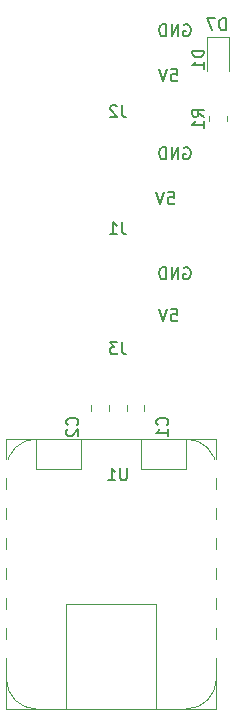
<source format=gbo>
G04 #@! TF.GenerationSoftware,KiCad,Pcbnew,5.1.9+dfsg1-1*
G04 #@! TF.CreationDate,2022-11-10T16:00:36+09:00*
G04 #@! TF.ProjectId,esp32-button,65737033-322d-4627-9574-746f6e2e6b69,rev?*
G04 #@! TF.SameCoordinates,Original*
G04 #@! TF.FileFunction,Legend,Bot*
G04 #@! TF.FilePolarity,Positive*
%FSLAX46Y46*%
G04 Gerber Fmt 4.6, Leading zero omitted, Abs format (unit mm)*
G04 Created by KiCad (PCBNEW 5.1.9+dfsg1-1) date 2022-11-10 16:00:36*
%MOMM*%
%LPD*%
G01*
G04 APERTURE LIST*
%ADD10C,0.150000*%
%ADD11C,0.120000*%
%ADD12R,5.000000X3.000000*%
G04 APERTURE END LIST*
D10*
X153138095Y-67508380D02*
X153138095Y-66508380D01*
X152900000Y-66508380D01*
X152757142Y-66556000D01*
X152661904Y-66651238D01*
X152614285Y-66746476D01*
X152566666Y-66936952D01*
X152566666Y-67079809D01*
X152614285Y-67270285D01*
X152661904Y-67365523D01*
X152757142Y-67460761D01*
X152900000Y-67508380D01*
X153138095Y-67508380D01*
X152233333Y-66508380D02*
X151566666Y-66508380D01*
X151995238Y-67508380D01*
X148526476Y-70826380D02*
X149002666Y-70826380D01*
X149050285Y-71302571D01*
X149002666Y-71254952D01*
X148907428Y-71207333D01*
X148669333Y-71207333D01*
X148574095Y-71254952D01*
X148526476Y-71302571D01*
X148478857Y-71397809D01*
X148478857Y-71635904D01*
X148526476Y-71731142D01*
X148574095Y-71778761D01*
X148669333Y-71826380D01*
X148907428Y-71826380D01*
X149002666Y-71778761D01*
X149050285Y-71731142D01*
X148193142Y-70826380D02*
X147859809Y-71826380D01*
X147526476Y-70826380D01*
X149605904Y-67064000D02*
X149701142Y-67016380D01*
X149844000Y-67016380D01*
X149986857Y-67064000D01*
X150082095Y-67159238D01*
X150129714Y-67254476D01*
X150177333Y-67444952D01*
X150177333Y-67587809D01*
X150129714Y-67778285D01*
X150082095Y-67873523D01*
X149986857Y-67968761D01*
X149844000Y-68016380D01*
X149748761Y-68016380D01*
X149605904Y-67968761D01*
X149558285Y-67921142D01*
X149558285Y-67587809D01*
X149748761Y-67587809D01*
X149129714Y-68016380D02*
X149129714Y-67016380D01*
X148558285Y-68016380D01*
X148558285Y-67016380D01*
X148082095Y-68016380D02*
X148082095Y-67016380D01*
X147844000Y-67016380D01*
X147701142Y-67064000D01*
X147605904Y-67159238D01*
X147558285Y-67254476D01*
X147510666Y-67444952D01*
X147510666Y-67587809D01*
X147558285Y-67778285D01*
X147605904Y-67873523D01*
X147701142Y-67968761D01*
X147844000Y-68016380D01*
X148082095Y-68016380D01*
X148272476Y-81240380D02*
X148748666Y-81240380D01*
X148796285Y-81716571D01*
X148748666Y-81668952D01*
X148653428Y-81621333D01*
X148415333Y-81621333D01*
X148320095Y-81668952D01*
X148272476Y-81716571D01*
X148224857Y-81811809D01*
X148224857Y-82049904D01*
X148272476Y-82145142D01*
X148320095Y-82192761D01*
X148415333Y-82240380D01*
X148653428Y-82240380D01*
X148748666Y-82192761D01*
X148796285Y-82145142D01*
X147939142Y-81240380D02*
X147605809Y-82240380D01*
X147272476Y-81240380D01*
X149605904Y-77478000D02*
X149701142Y-77430380D01*
X149844000Y-77430380D01*
X149986857Y-77478000D01*
X150082095Y-77573238D01*
X150129714Y-77668476D01*
X150177333Y-77858952D01*
X150177333Y-78001809D01*
X150129714Y-78192285D01*
X150082095Y-78287523D01*
X149986857Y-78382761D01*
X149844000Y-78430380D01*
X149748761Y-78430380D01*
X149605904Y-78382761D01*
X149558285Y-78335142D01*
X149558285Y-78001809D01*
X149748761Y-78001809D01*
X149129714Y-78430380D02*
X149129714Y-77430380D01*
X148558285Y-78430380D01*
X148558285Y-77430380D01*
X148082095Y-78430380D02*
X148082095Y-77430380D01*
X147844000Y-77430380D01*
X147701142Y-77478000D01*
X147605904Y-77573238D01*
X147558285Y-77668476D01*
X147510666Y-77858952D01*
X147510666Y-78001809D01*
X147558285Y-78192285D01*
X147605904Y-78287523D01*
X147701142Y-78382761D01*
X147844000Y-78430380D01*
X148082095Y-78430380D01*
X148526476Y-91146380D02*
X149002666Y-91146380D01*
X149050285Y-91622571D01*
X149002666Y-91574952D01*
X148907428Y-91527333D01*
X148669333Y-91527333D01*
X148574095Y-91574952D01*
X148526476Y-91622571D01*
X148478857Y-91717809D01*
X148478857Y-91955904D01*
X148526476Y-92051142D01*
X148574095Y-92098761D01*
X148669333Y-92146380D01*
X148907428Y-92146380D01*
X149002666Y-92098761D01*
X149050285Y-92051142D01*
X148193142Y-91146380D02*
X147859809Y-92146380D01*
X147526476Y-91146380D01*
X149605904Y-87638000D02*
X149701142Y-87590380D01*
X149844000Y-87590380D01*
X149986857Y-87638000D01*
X150082095Y-87733238D01*
X150129714Y-87828476D01*
X150177333Y-88018952D01*
X150177333Y-88161809D01*
X150129714Y-88352285D01*
X150082095Y-88447523D01*
X149986857Y-88542761D01*
X149844000Y-88590380D01*
X149748761Y-88590380D01*
X149605904Y-88542761D01*
X149558285Y-88495142D01*
X149558285Y-88161809D01*
X149748761Y-88161809D01*
X149129714Y-88590380D02*
X149129714Y-87590380D01*
X148558285Y-88590380D01*
X148558285Y-87590380D01*
X148082095Y-88590380D02*
X148082095Y-87590380D01*
X147844000Y-87590380D01*
X147701142Y-87638000D01*
X147605904Y-87733238D01*
X147558285Y-87828476D01*
X147510666Y-88018952D01*
X147510666Y-88161809D01*
X147558285Y-88352285D01*
X147605904Y-88447523D01*
X147701142Y-88542761D01*
X147844000Y-88590380D01*
X148082095Y-88590380D01*
D11*
X146235000Y-99723752D02*
X146235000Y-99201248D01*
X144765000Y-99723752D02*
X144765000Y-99201248D01*
X141765000Y-99723752D02*
X141765000Y-99201248D01*
X143235000Y-99723752D02*
X143235000Y-99201248D01*
X151540000Y-70975000D02*
X151540000Y-68115000D01*
X151540000Y-68115000D02*
X153460000Y-68115000D01*
X153460000Y-68115000D02*
X153460000Y-70975000D01*
X153235000Y-74772936D02*
X153235000Y-75227064D01*
X151765000Y-74772936D02*
X151765000Y-75227064D01*
X134570000Y-124980000D02*
X152350000Y-124980000D01*
X152350000Y-124980000D02*
X152350000Y-102120000D01*
X152350000Y-102120000D02*
X134570000Y-102120000D01*
X134570000Y-102120000D02*
X134570000Y-124980000D01*
X139650000Y-124980000D02*
X139650000Y-116090000D01*
X139650000Y-116090000D02*
X147270000Y-116090000D01*
X147270000Y-116090000D02*
X147270000Y-124980000D01*
X137110000Y-102120000D02*
X137110000Y-104660000D01*
X137110000Y-104660000D02*
X140920000Y-104660000D01*
X140920000Y-104660000D02*
X140920000Y-102120000D01*
X149810000Y-102120000D02*
X149810000Y-104660000D01*
X149810000Y-104660000D02*
X146000000Y-104660000D01*
X146000000Y-104660000D02*
X146000000Y-102120000D01*
X134570000Y-122440000D02*
G75*
G03*
X137110000Y-124980000I2540000J0D01*
G01*
X149810000Y-124980000D02*
G75*
G03*
X152350000Y-122440000I0J2540000D01*
G01*
X152350000Y-104660000D02*
G75*
G03*
X149810000Y-102120000I-2540000J0D01*
G01*
X137110000Y-102120000D02*
G75*
G03*
X134570000Y-104660000I0J-2540000D01*
G01*
D10*
X148185142Y-100925333D02*
X148232761Y-100877714D01*
X148280380Y-100734857D01*
X148280380Y-100639619D01*
X148232761Y-100496761D01*
X148137523Y-100401523D01*
X148042285Y-100353904D01*
X147851809Y-100306285D01*
X147708952Y-100306285D01*
X147518476Y-100353904D01*
X147423238Y-100401523D01*
X147328000Y-100496761D01*
X147280380Y-100639619D01*
X147280380Y-100734857D01*
X147328000Y-100877714D01*
X147375619Y-100925333D01*
X148280380Y-101877714D02*
X148280380Y-101306285D01*
X148280380Y-101592000D02*
X147280380Y-101592000D01*
X147423238Y-101496761D01*
X147518476Y-101401523D01*
X147566095Y-101306285D01*
X140565142Y-100925333D02*
X140612761Y-100877714D01*
X140660380Y-100734857D01*
X140660380Y-100639619D01*
X140612761Y-100496761D01*
X140517523Y-100401523D01*
X140422285Y-100353904D01*
X140231809Y-100306285D01*
X140088952Y-100306285D01*
X139898476Y-100353904D01*
X139803238Y-100401523D01*
X139708000Y-100496761D01*
X139660380Y-100639619D01*
X139660380Y-100734857D01*
X139708000Y-100877714D01*
X139755619Y-100925333D01*
X139755619Y-101306285D02*
X139708000Y-101353904D01*
X139660380Y-101449142D01*
X139660380Y-101687238D01*
X139708000Y-101782476D01*
X139755619Y-101830095D01*
X139850857Y-101877714D01*
X139946095Y-101877714D01*
X140088952Y-101830095D01*
X140660380Y-101258666D01*
X140660380Y-101877714D01*
X151302380Y-69236904D02*
X150302380Y-69236904D01*
X150302380Y-69475000D01*
X150350000Y-69617857D01*
X150445238Y-69713095D01*
X150540476Y-69760714D01*
X150730952Y-69808333D01*
X150873809Y-69808333D01*
X151064285Y-69760714D01*
X151159523Y-69713095D01*
X151254761Y-69617857D01*
X151302380Y-69475000D01*
X151302380Y-69236904D01*
X151302380Y-70760714D02*
X151302380Y-70189285D01*
X151302380Y-70475000D02*
X150302380Y-70475000D01*
X150445238Y-70379761D01*
X150540476Y-70284523D01*
X150588095Y-70189285D01*
X144351333Y-93940380D02*
X144351333Y-94654666D01*
X144398952Y-94797523D01*
X144494190Y-94892761D01*
X144637047Y-94940380D01*
X144732285Y-94940380D01*
X143970380Y-93940380D02*
X143351333Y-93940380D01*
X143684666Y-94321333D01*
X143541809Y-94321333D01*
X143446571Y-94368952D01*
X143398952Y-94416571D01*
X143351333Y-94511809D01*
X143351333Y-94749904D01*
X143398952Y-94845142D01*
X143446571Y-94892761D01*
X143541809Y-94940380D01*
X143827523Y-94940380D01*
X143922761Y-94892761D01*
X143970380Y-94845142D01*
X151302380Y-74833333D02*
X150826190Y-74500000D01*
X151302380Y-74261904D02*
X150302380Y-74261904D01*
X150302380Y-74642857D01*
X150350000Y-74738095D01*
X150397619Y-74785714D01*
X150492857Y-74833333D01*
X150635714Y-74833333D01*
X150730952Y-74785714D01*
X150778571Y-74738095D01*
X150826190Y-74642857D01*
X150826190Y-74261904D01*
X151302380Y-75785714D02*
X151302380Y-75214285D01*
X151302380Y-75500000D02*
X150302380Y-75500000D01*
X150445238Y-75404761D01*
X150540476Y-75309523D01*
X150588095Y-75214285D01*
X144779904Y-104608380D02*
X144779904Y-105417904D01*
X144732285Y-105513142D01*
X144684666Y-105560761D01*
X144589428Y-105608380D01*
X144398952Y-105608380D01*
X144303714Y-105560761D01*
X144256095Y-105513142D01*
X144208476Y-105417904D01*
X144208476Y-104608380D01*
X143208476Y-105608380D02*
X143779904Y-105608380D01*
X143494190Y-105608380D02*
X143494190Y-104608380D01*
X143589428Y-104751238D01*
X143684666Y-104846476D01*
X143779904Y-104894095D01*
X144351333Y-83780380D02*
X144351333Y-84494666D01*
X144398952Y-84637523D01*
X144494190Y-84732761D01*
X144637047Y-84780380D01*
X144732285Y-84780380D01*
X143351333Y-84780380D02*
X143922761Y-84780380D01*
X143637047Y-84780380D02*
X143637047Y-83780380D01*
X143732285Y-83923238D01*
X143827523Y-84018476D01*
X143922761Y-84066095D01*
X144351333Y-73874380D02*
X144351333Y-74588666D01*
X144398952Y-74731523D01*
X144494190Y-74826761D01*
X144637047Y-74874380D01*
X144732285Y-74874380D01*
X143922761Y-73969619D02*
X143875142Y-73922000D01*
X143779904Y-73874380D01*
X143541809Y-73874380D01*
X143446571Y-73922000D01*
X143398952Y-73969619D01*
X143351333Y-74064857D01*
X143351333Y-74160095D01*
X143398952Y-74302952D01*
X143970380Y-74874380D01*
X143351333Y-74874380D01*
%LPC*%
G36*
G01*
X145975000Y-101087500D02*
X145025000Y-101087500D01*
G75*
G02*
X144775000Y-100837500I0J250000D01*
G01*
X144775000Y-100162500D01*
G75*
G02*
X145025000Y-99912500I250000J0D01*
G01*
X145975000Y-99912500D01*
G75*
G02*
X146225000Y-100162500I0J-250000D01*
G01*
X146225000Y-100837500D01*
G75*
G02*
X145975000Y-101087500I-250000J0D01*
G01*
G37*
G36*
G01*
X145975000Y-99012500D02*
X145025000Y-99012500D01*
G75*
G02*
X144775000Y-98762500I0J250000D01*
G01*
X144775000Y-98087500D01*
G75*
G02*
X145025000Y-97837500I250000J0D01*
G01*
X145975000Y-97837500D01*
G75*
G02*
X146225000Y-98087500I0J-250000D01*
G01*
X146225000Y-98762500D01*
G75*
G02*
X145975000Y-99012500I-250000J0D01*
G01*
G37*
G36*
G01*
X142975000Y-99012500D02*
X142025000Y-99012500D01*
G75*
G02*
X141775000Y-98762500I0J250000D01*
G01*
X141775000Y-98087500D01*
G75*
G02*
X142025000Y-97837500I250000J0D01*
G01*
X142975000Y-97837500D01*
G75*
G02*
X143225000Y-98087500I0J-250000D01*
G01*
X143225000Y-98762500D01*
G75*
G02*
X142975000Y-99012500I-250000J0D01*
G01*
G37*
G36*
G01*
X142975000Y-101087500D02*
X142025000Y-101087500D01*
G75*
G02*
X141775000Y-100837500I0J250000D01*
G01*
X141775000Y-100162500D01*
G75*
G02*
X142025000Y-99912500I250000J0D01*
G01*
X142975000Y-99912500D01*
G75*
G02*
X143225000Y-100162500I0J-250000D01*
G01*
X143225000Y-100837500D01*
G75*
G02*
X142975000Y-101087500I-250000J0D01*
G01*
G37*
G36*
G01*
X152049999Y-68375000D02*
X152950001Y-68375000D01*
G75*
G02*
X153200000Y-68624999I0J-249999D01*
G01*
X153200000Y-69275001D01*
G75*
G02*
X152950001Y-69525000I-249999J0D01*
G01*
X152049999Y-69525000D01*
G75*
G02*
X151800000Y-69275001I0J249999D01*
G01*
X151800000Y-68624999D01*
G75*
G02*
X152049999Y-68375000I249999J0D01*
G01*
G37*
G36*
G01*
X152049999Y-70425000D02*
X152950001Y-70425000D01*
G75*
G02*
X153200000Y-70674999I0J-249999D01*
G01*
X153200000Y-71325001D01*
G75*
G02*
X152950001Y-71575000I-249999J0D01*
G01*
X152049999Y-71575000D01*
G75*
G02*
X151800000Y-71325001I0J249999D01*
G01*
X151800000Y-70674999D01*
G75*
G02*
X152049999Y-70425000I249999J0D01*
G01*
G37*
D12*
X144000000Y-88000000D03*
X144000000Y-91810000D03*
G36*
G01*
X152049999Y-75400000D02*
X152950001Y-75400000D01*
G75*
G02*
X153200000Y-75649999I0J-249999D01*
G01*
X153200000Y-76350001D01*
G75*
G02*
X152950001Y-76600000I-249999J0D01*
G01*
X152049999Y-76600000D01*
G75*
G02*
X151800000Y-76350001I0J249999D01*
G01*
X151800000Y-75649999D01*
G75*
G02*
X152049999Y-75400000I249999J0D01*
G01*
G37*
G36*
G01*
X152049999Y-73400000D02*
X152950001Y-73400000D01*
G75*
G02*
X153200000Y-73649999I0J-249999D01*
G01*
X153200000Y-74350001D01*
G75*
G02*
X152950001Y-74600000I-249999J0D01*
G01*
X152049999Y-74600000D01*
G75*
G02*
X151800000Y-74350001I0J249999D01*
G01*
X151800000Y-73649999D01*
G75*
G02*
X152049999Y-73400000I249999J0D01*
G01*
G37*
G36*
G01*
X133320000Y-120275000D02*
X133320000Y-119525000D01*
G75*
G02*
X133695000Y-119150000I375000J0D01*
G01*
X135445000Y-119150000D01*
G75*
G02*
X135820000Y-119525000I0J-375000D01*
G01*
X135820000Y-120275000D01*
G75*
G02*
X135445000Y-120650000I-375000J0D01*
G01*
X133695000Y-120650000D01*
G75*
G02*
X133320000Y-120275000I0J375000D01*
G01*
G37*
G36*
G01*
X133320000Y-117735000D02*
X133320000Y-116985000D01*
G75*
G02*
X133695000Y-116610000I375000J0D01*
G01*
X135445000Y-116610000D01*
G75*
G02*
X135820000Y-116985000I0J-375000D01*
G01*
X135820000Y-117735000D01*
G75*
G02*
X135445000Y-118110000I-375000J0D01*
G01*
X133695000Y-118110000D01*
G75*
G02*
X133320000Y-117735000I0J375000D01*
G01*
G37*
G36*
G01*
X133320000Y-115195000D02*
X133320000Y-114445000D01*
G75*
G02*
X133695000Y-114070000I375000J0D01*
G01*
X135445000Y-114070000D01*
G75*
G02*
X135820000Y-114445000I0J-375000D01*
G01*
X135820000Y-115195000D01*
G75*
G02*
X135445000Y-115570000I-375000J0D01*
G01*
X133695000Y-115570000D01*
G75*
G02*
X133320000Y-115195000I0J375000D01*
G01*
G37*
G36*
G01*
X133320000Y-112655000D02*
X133320000Y-111905000D01*
G75*
G02*
X133695000Y-111530000I375000J0D01*
G01*
X135445000Y-111530000D01*
G75*
G02*
X135820000Y-111905000I0J-375000D01*
G01*
X135820000Y-112655000D01*
G75*
G02*
X135445000Y-113030000I-375000J0D01*
G01*
X133695000Y-113030000D01*
G75*
G02*
X133320000Y-112655000I0J375000D01*
G01*
G37*
G36*
G01*
X133320000Y-110115000D02*
X133320000Y-109365000D01*
G75*
G02*
X133695000Y-108990000I375000J0D01*
G01*
X135445000Y-108990000D01*
G75*
G02*
X135820000Y-109365000I0J-375000D01*
G01*
X135820000Y-110115000D01*
G75*
G02*
X135445000Y-110490000I-375000J0D01*
G01*
X133695000Y-110490000D01*
G75*
G02*
X133320000Y-110115000I0J375000D01*
G01*
G37*
G36*
G01*
X133320000Y-107575000D02*
X133320000Y-106825000D01*
G75*
G02*
X133695000Y-106450000I375000J0D01*
G01*
X135445000Y-106450000D01*
G75*
G02*
X135820000Y-106825000I0J-375000D01*
G01*
X135820000Y-107575000D01*
G75*
G02*
X135445000Y-107950000I-375000J0D01*
G01*
X133695000Y-107950000D01*
G75*
G02*
X133320000Y-107575000I0J375000D01*
G01*
G37*
G36*
G01*
X133320000Y-105035000D02*
X133320000Y-104285000D01*
G75*
G02*
X133695000Y-103910000I375000J0D01*
G01*
X135445000Y-103910000D01*
G75*
G02*
X135820000Y-104285000I0J-375000D01*
G01*
X135820000Y-105035000D01*
G75*
G02*
X135445000Y-105410000I-375000J0D01*
G01*
X133695000Y-105410000D01*
G75*
G02*
X133320000Y-105035000I0J375000D01*
G01*
G37*
G36*
G01*
X151100000Y-105035000D02*
X151100000Y-104285000D01*
G75*
G02*
X151475000Y-103910000I375000J0D01*
G01*
X153225000Y-103910000D01*
G75*
G02*
X153600000Y-104285000I0J-375000D01*
G01*
X153600000Y-105035000D01*
G75*
G02*
X153225000Y-105410000I-375000J0D01*
G01*
X151475000Y-105410000D01*
G75*
G02*
X151100000Y-105035000I0J375000D01*
G01*
G37*
G36*
G01*
X151100000Y-107575000D02*
X151100000Y-106825000D01*
G75*
G02*
X151475000Y-106450000I375000J0D01*
G01*
X153225000Y-106450000D01*
G75*
G02*
X153600000Y-106825000I0J-375000D01*
G01*
X153600000Y-107575000D01*
G75*
G02*
X153225000Y-107950000I-375000J0D01*
G01*
X151475000Y-107950000D01*
G75*
G02*
X151100000Y-107575000I0J375000D01*
G01*
G37*
G36*
G01*
X151100000Y-110115000D02*
X151100000Y-109365000D01*
G75*
G02*
X151475000Y-108990000I375000J0D01*
G01*
X153225000Y-108990000D01*
G75*
G02*
X153600000Y-109365000I0J-375000D01*
G01*
X153600000Y-110115000D01*
G75*
G02*
X153225000Y-110490000I-375000J0D01*
G01*
X151475000Y-110490000D01*
G75*
G02*
X151100000Y-110115000I0J375000D01*
G01*
G37*
G36*
G01*
X151100000Y-112655000D02*
X151100000Y-111905000D01*
G75*
G02*
X151475000Y-111530000I375000J0D01*
G01*
X153225000Y-111530000D01*
G75*
G02*
X153600000Y-111905000I0J-375000D01*
G01*
X153600000Y-112655000D01*
G75*
G02*
X153225000Y-113030000I-375000J0D01*
G01*
X151475000Y-113030000D01*
G75*
G02*
X151100000Y-112655000I0J375000D01*
G01*
G37*
G36*
G01*
X151100000Y-115195000D02*
X151100000Y-114445000D01*
G75*
G02*
X151475000Y-114070000I375000J0D01*
G01*
X153225000Y-114070000D01*
G75*
G02*
X153600000Y-114445000I0J-375000D01*
G01*
X153600000Y-115195000D01*
G75*
G02*
X153225000Y-115570000I-375000J0D01*
G01*
X151475000Y-115570000D01*
G75*
G02*
X151100000Y-115195000I0J375000D01*
G01*
G37*
G36*
G01*
X151100000Y-117735000D02*
X151100000Y-116985000D01*
G75*
G02*
X151475000Y-116610000I375000J0D01*
G01*
X153225000Y-116610000D01*
G75*
G02*
X153600000Y-116985000I0J-375000D01*
G01*
X153600000Y-117735000D01*
G75*
G02*
X153225000Y-118110000I-375000J0D01*
G01*
X151475000Y-118110000D01*
G75*
G02*
X151100000Y-117735000I0J375000D01*
G01*
G37*
G36*
G01*
X151100000Y-120275000D02*
X151100000Y-119525000D01*
G75*
G02*
X151475000Y-119150000I375000J0D01*
G01*
X153225000Y-119150000D01*
G75*
G02*
X153600000Y-119525000I0J-375000D01*
G01*
X153600000Y-120275000D01*
G75*
G02*
X153225000Y-120650000I-375000J0D01*
G01*
X151475000Y-120650000D01*
G75*
G02*
X151100000Y-120275000I0J375000D01*
G01*
G37*
X144018000Y-77978000D03*
X144018000Y-81788000D03*
X144018000Y-71374000D03*
X144018000Y-67564000D03*
M02*

</source>
